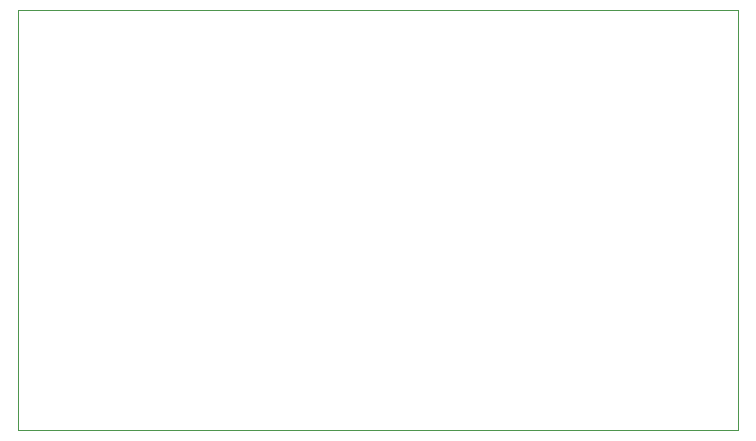
<source format=gbr>
%TF.GenerationSoftware,KiCad,Pcbnew,(5.1.10-1-10_14)*%
%TF.CreationDate,2021-08-23T22:51:27-07:00*%
%TF.ProjectId,town,746f776e-2e6b-4696-9361-645f70636258,rev?*%
%TF.SameCoordinates,Original*%
%TF.FileFunction,Profile,NP*%
%FSLAX46Y46*%
G04 Gerber Fmt 4.6, Leading zero omitted, Abs format (unit mm)*
G04 Created by KiCad (PCBNEW (5.1.10-1-10_14)) date 2021-08-23 22:51:27*
%MOMM*%
%LPD*%
G01*
G04 APERTURE LIST*
%TA.AperFunction,Profile*%
%ADD10C,0.050000*%
%TD*%
G04 APERTURE END LIST*
D10*
X44450000Y-87630000D02*
X44450000Y-52070000D01*
X105410000Y-87630000D02*
X44450000Y-87630000D01*
X105410000Y-52070000D02*
X105410000Y-87630000D01*
X44450000Y-52070000D02*
X105410000Y-52070000D01*
M02*

</source>
